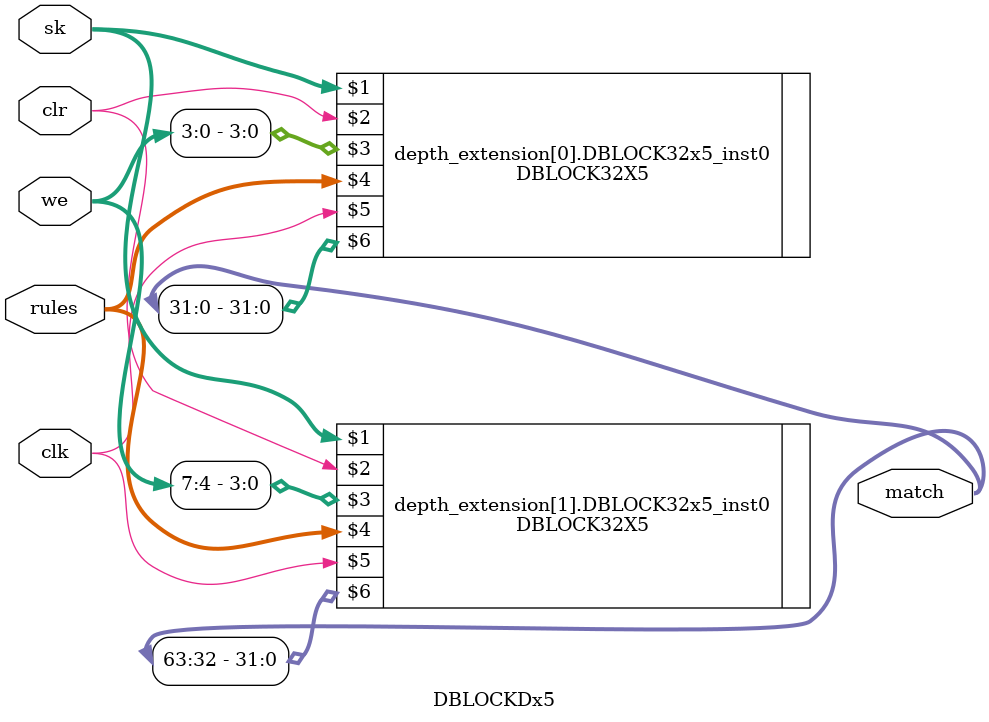
<source format=v>
`timescale 1ns / 1ps


module DBLOCKDx5 #(parameter kw_size=5,D=64)(sk,clr,we,rules,clk,match);


parameter rd_size=32;   // DBLOCK rule depth size
parameter we_size=4;

input [kw_size-1:0] sk;
input clr;
input [D/8-1:0] we;
input [7:0] rules;
input clk;
output [D-1:0] match;

//genvar i;
//generate
//    for (i=0;i<n;i=i+1)
//        begin: depth_extension
//        DBLOCK #(kw_size,rd_size) DBLOCK_inst(sk[i*5+4:i*5],we,ce,clr,rule,clk,match);
//    end
//endgenerate
genvar i;
generate
for (i=0;i<D/32;i=i+1)
begin:depth_extension
DBLOCK32X5 #(kw_size,rd_size,we_size) DBLOCK32x5_inst0(sk,clr,we[i*4+3:i*4],rules,clk,match[i*32+31:i*32]);
end
endgenerate

endmodule
</source>
